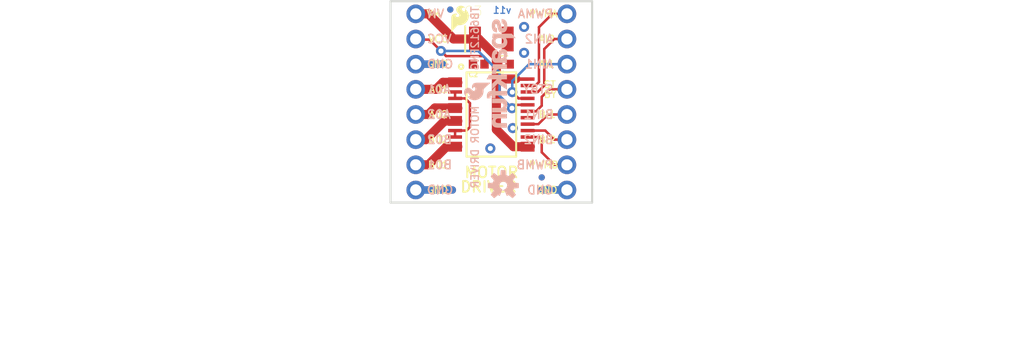
<source format=kicad_pcb>
(kicad_pcb (version 20211014) (generator pcbnew)
  (layers (0 "F.Cu" signal) (1 "In1.Cu" signal) (2 "In2.Cu" signal) (3 "In3.Cu" signal) (4 "In4.Cu" signal) (5 "In5.Cu" signal) (6 "In6.Cu" signal) (7 "In7.Cu" signal) (8 "In8.Cu" signal) (9 "In9.Cu" signal) (10 "In10.Cu" signal) (11 "In11.Cu" signal) (12 "In12.Cu" signal) (13 "In13.Cu" signal) (14 "In14.Cu" signal) (31 "B.Cu" signal) (34 "B.Paste" user) (35 "F.Paste" user) (36 "B.SilkS" user "B.Silkscreen") (37 "F.SilkS" user "F.Silkscreen") (38 "B.Mask" user) (39 "F.Mask" user) (44 "Edge.Cuts" user))
  (net 0 "")
  (net 1 "GND")
  (net 2 "A01")
  (net 3 "A02")
  (net 4 "B02")
  (net 5 "B01")
  (net 6 "VM")
  (net 7 "VCC")
  (net 8 "PWMA")
  (net 9 "AIN2")
  (net 10 "AIN1")
  (net 11 "STBY")
  (net 12 "BIN1")
  (net 13 "BIN2")
  (net 14 "PWMB")
  (footprint "boardEagle:SFE_LOGO_FLAME_.1" (layer "F.Cu") (at 144.1831 98.2218)
    (fp_text reference "LOGO1" hide)
    (fp_text value "SFE_LOGO_FLAME.1_INCH" hide)
    (fp_poly (pts (xy 1.412844 -2.906175) (xy 1.560112 -2.832541) (xy 1.605026 -2.798855) (xy 1.681982 -2.7219) (xy 1.571006 -2.7219) (xy 1.551005 -2.7319) (xy 1.504689 -2.7319) (xy 1.468361 -2.722818) (xy 1.422477 -2.713641) (xy 1.39011 -2.697457) (xy 1.358081 -2.673436) (xy 1.343019 -2.650843) (xy 1.335288 -2.635381) (xy 1.3281 -2.613817) (xy 1.3281 -2.564689) (xy 1.335361 -2.535643) (xy 1.369607 -2.484275) (xy 1.425028 -2.428854) (xy 1.462016 -2.401113) (xy 1.489157 -2.383019) (xy 1.523301 -2.365947) (xy 1.594689 -2.3481) (xy 1.613817 -2.3481) (xy 1.629419 -2.353301) (xy 1.648687 -2.372569) (xy 1.654712 -2.384619) (xy 1.6619 -2.406183) (xy 1.6619 -2.558742) (xy 1.804838 -2.469406) (xy 1.890505 -2.373031) (xy 1.964662 -2.256498) (xy 2.016968 -2.099579) (xy 2.048309 -1.932428) (xy 2.037811 -1.753974) (xy 1.985628 -1.555678) (xy 1.881878 -1.368928) (xy 1.808618 -1.274737) (xy 1.726044 -1.192162) (xy 1.642524 -1.119083) (xy 1.536984 -1.055759) (xy 1.432127 -1.013816) (xy 1.318165 -0.982735) (xy 1.193153 -0.9619) (xy 1.003156 -0.9619) (xy 0.953397 -0.953607) (xy 0.863627 -0.899745) (xy 0.767974 -0.804092) (xy 0.647975 -0.664094) (xy 0.528159 -0.544277) (xy 0.478163 -0.484281) (xy 0.430255 -0.436373) (xy 0.400257 -0.386376) (xy 0.2819 -0.268018) (xy 0.2819 -1.732372) (xy 0.292559 -1.817641) (xy 0.314746 -1.895296) (xy 0.380852 -2.005474) (xy 0.436664 -2.050123) (xy 0.481171 -2.083503) (xy 0.539098 -2.106674) (xy 0.59313 -2.117481) (xy 0.656847 -2.1281) (xy 0.788994 -2.1281) (xy 0.884319 -2.080438) (xy 0.832569 -2.028687) (xy 0.784617 -2.004711) (xy 0.760581 -1.996699) (xy 0.713301 -1.949419) (xy 0.7081 -1.933817) (xy 0.7081 -1.906183) (xy 0.714532 -1.886888) (xy 0.729607 -1.864275) (xy 0.781412 -1.81247) (xy 0.820903 -1.796674) (xy 0.863772 -1.7881) (xy 0.935311 -1.7881) (xy 1.004357 -1.805361) (xy 1.053944 -1.83842) (xy 1.086004 -1.878495) (xy 1.1019 -1.926183) (xy 1.1019 -1.983091) (xy 1.077224 -2.048894) (xy 1.012268 -2.113851) (xy 0.931425 -2.204799) (xy 0.858661 -2.287958) (xy 0.804008 -2.386334) (xy 0.7819 -2.485818) (xy 0.7819 -2.576183) (xy 0.815289 -2.676349) (xy 0.871274 -2.765925) (xy 0.969046 -2.84197) (xy 1.087145 -2.906387) (xy 1.206565 -2.9281) (xy 1.314182 -2.9281)) (layer "F.SilkS") (width 0) (fill solid))
  )
  (footprint "boardEagle:1X08_OFFSET_REDUCED" (layer "F.Cu") (at 156.1211 96.1136 -90)
    (fp_text reference "JP2" hide)
    (fp_text value "" hide)
    (pad "" np_thru_hole circle (at 7.62 0 270) (size 1.1176 1.1176) (drill 1.1176) (layers *.Cu *.Mask))
    (pad "" np_thru_hole circle (at 17.78 0 270) (size 1.1176 1.1176) (drill 1.1176) (layers *.Cu *.Mask))
    (pad "" np_thru_hole circle (at 0 0 270) (size 1.1176 1.1176) (drill 1.1176) (layers *.Cu *.Mask))
    (pad "" np_thru_hole circle (at 5.08 0 270) (size 1.1176 1.1176) (drill 1.1176) (layers *.Cu *.Mask))
    (pad "" np_thru_hole circle (at 10.16 0 270) (size 1.1176 1.1176) (drill 1.1176) (layers *.Cu *.Mask))
    (pad "" np_thru_hole circle (at 12.7 0 270) (size 1.1176 1.1176) (drill 1.1176) (layers *.Cu *.Mask))
    (pad "" np_thru_hole circle (at 15.24 0 270) (size 1.1176 1.1176) (drill 1.1176) (layers *.Cu *.Mask))
    (pad "" np_thru_hole circle (at 2.54 0 270) (size 1.1176 1.1176) (drill 1.1176) (layers *.Cu *.Mask))
    (pad "1" thru_hole circle (at 0 0 270) (size 1.8796 1.8796) (drill 1.1176) (layers *.Cu *.Mask) (net 8 "PWMA"))
    (pad "2" thru_hole circle (at 2.54 0 270) (size 1.8796 1.8796) (drill 1.1176) (layers *.Cu *.Mask) (net 9 "AIN2"))
    (pad "3" thru_hole circle (at 5.08 0 270) (size 1.8796 1.8796) (drill 1.1176) (layers *.Cu *.Mask) (net 10 "AIN1"))
    (pad "4" thru_hole circle (at 7.62 0 270) (size 1.8796 1.8796) (drill 1.1176) (layers *.Cu *.Mask) (net 11 "STBY"))
    (pad "5" thru_hole circle (at 10.16 0 270) (size 1.8796 1.8796) (drill 1.1176) (layers *.Cu *.Mask) (net 12 "BIN1"))
    (pad "6" thru_hole circle (at 12.7 0 270) (size 1.8796 1.8796) (drill 1.1176) (layers *.Cu *.Mask) (net 13 "BIN2"))
    (pad "7" thru_hole circle (at 15.24 0 270) (size 1.8796 1.8796) (drill 1.1176) (layers *.Cu *.Mask) (net 14 "PWMB"))
    (pad "8" thru_hole circle (at 17.78 0 270) (size 1.8796 1.8796) (drill 1.1176) (layers *.Cu *.Mask) (net 1 "GND"))
  )
  (footprint "boardEagle:0402" (layer "F.Cu") (at 149.7711 101.1936)
    (fp_text reference "C1" (at 0 -0.762) (layer "F.SilkS") (effects (font (size 0.48768 0.48768) (thickness 0.12192)) (justify bottom)))
    (fp_text value "0.1uF")
    (pad "1" smd rect (at -0.58 0) (size 0.85 0.9) (layers "F.Cu" "F.Paste" "F.Mask") (net 6 "VM"))
    (pad "2" smd rect (at 0.58 0) (size 0.85 0.9) (layers "F.Cu" "F.Paste" "F.Mask") (net 1 "GND"))
  )
  (footprint "boardEagle:1X08_OFFSET_REDUCED" (layer "F.Cu") (at 140.8811 113.8936 90)
    (fp_text reference "JP1" hide)
    (fp_text value "" hide)
    (pad "" np_thru_hole circle (at 2.54 0 90) (size 1.1176 1.1176) (drill 1.1176) (layers *.Cu *.Mask))
    (pad "" np_thru_hole circle (at 15.24 0 90) (size 1.1176 1.1176) (drill 1.1176) (layers *.Cu *.Mask))
    (pad "" np_thru_hole circle (at 12.7 0 90) (size 1.1176 1.1176) (drill 1.1176) (layers *.Cu *.Mask))
    (pad "" np_thru_hole circle (at 10.16 0 90) (size 1.1176 1.1176) (drill 1.1176) (layers *.Cu *.Mask))
    (pad "" np_thru_hole circle (at 0 0 90) (size 1.1176 1.1176) (drill 1.1176) (layers *.Cu *.Mask))
    (pad "" np_thru_hole circle (at 17.78 0 90) (size 1.1176 1.1176) (drill 1.1176) (layers *.Cu *.Mask))
    (pad "" np_thru_hole circle (at 7.62 0 90) (size 1.1176 1.1176) (drill 1.1176) (layers *.Cu *.Mask))
    (pad "" np_thru_hole circle (at 5.08 0 90) (size 1.1176 1.1176) (drill 1.1176) (layers *.Cu *.Mask))
    (pad "1" thru_hole circle (at 0 0 90) (size 1.8796 1.8796) (drill 1.1176) (layers *.Cu *.Mask) (net 1 "GND"))
    (pad "2" thru_hole circle (at 2.54 0 90) (size 1.8796 1.8796) (drill 1.1176) (layers *.Cu *.Mask) (net 5 "B01"))
    (pad "3" thru_hole circle (at 5.08 0 90) (size 1.8796 1.8796) (drill 1.1176) (layers *.Cu *.Mask) (net 4 "B02"))
    (pad "4" thru_hole circle (at 7.62 0 90) (size 1.8796 1.8796) (drill 1.1176) (layers *.Cu *.Mask) (net 3 "A02"))
    (pad "5" thru_hole circle (at 10.16 0 90) (size 1.8796 1.8796) (drill 1.1176) (layers *.Cu *.Mask) (net 2 "A01"))
    (pad "6" thru_hole circle (at 12.7 0 90) (size 1.8796 1.8796) (drill 1.1176) (layers *.Cu *.Mask) (net 1 "GND"))
    (pad "7" thru_hole circle (at 15.24 0 90) (size 1.8796 1.8796) (drill 1.1176) (layers *.Cu *.Mask) (net 7 "VCC"))
    (pad "8" thru_hole circle (at 17.78 0 90) (size 1.8796 1.8796) (drill 1.1176) (layers *.Cu *.Mask) (net 6 "VM"))
  )
  (footprint "boardEagle:FIDUCIAL-MICRO" (layer "F.Cu") (at 153.5811 112.6236)
    (fp_text reference "FD2" hide)
    (fp_text value "FIDUCIALUFIDUCIAL" hide)
    (pad "1" smd roundrect (at 0 0) (size 0.635 0.635) (layers "F.Cu" "F.Mask") (roundrect_rratio 0.5))
  )
  (footprint "boardEagle:CREATIVE_COMMONS" (layer "F.Cu") (at 119.2911 127.8636)
    (fp_text reference "FRAME1" hide)
    (fp_text value "FRAME-LETTER" hide)
  )
  (footprint "boardEagle:EIA3528" (layer "F.Cu") (at 148.5011 98.6536 180)
    (fp_text reference "C3" (at 0.8535 2.81) (layer "F.SilkS") (effects (font (size 0.976986 0.976986) (thickness 0.039014)) (justify right)))
    (fp_text value "10uF")
    (fp_line (start 2.641 -1.311) (end 2.641 1.286) (layer "F.SilkS") (width 0.2032))
    (pad "A" smd rect (at 1.65 0 270) (size 2.5 1.2) (layers "F.Cu" "F.Paste" "F.Mask") (net 6 "VM"))
    (pad "C" smd rect (at -1.65 0 270) (size 2.5 1.2) (layers "F.Cu" "F.Paste" "F.Mask") (net 1 "GND"))
  )
  (footprint "boardEagle:0402" (layer "F.Cu") (at 147.2311 101.1936 180)
    (fp_text reference "C2" (at 0 -0.762 180) (layer "F.SilkS") (effects (font (size 0.48768 0.48768) (thickness 0.12192)) (justify right top)))
    (fp_text value "0.1uF")
    (pad "1" smd rect (at -0.58 0 180) (size 0.85 0.9) (layers "F.Cu" "F.Paste" "F.Mask") (net 7 "VCC"))
    (pad "2" smd rect (at 0.58 0 180) (size 0.85 0.9) (layers "F.Cu" "F.Paste" "F.Mask") (net 1 "GND"))
  )
  (footprint "boardEagle:FIDUCIAL-MICRO" (layer "F.Cu") (at 144.3609 95.6818)
    (fp_text reference "FD4" hide)
    (fp_text value "FIDUCIALUFIDUCIAL" hide)
    (pad "1" smd roundrect (at 0 0) (size 0.635 0.635) (layers "F.Cu" "F.Mask") (roundrect_rratio 0.5))
  )
  (footprint "boardEagle:SSOP24" (layer "F.Cu") (at 148.5011 106.2736 -90)
    (fp_text reference "U1" (at -3.81 -1.27 -90) (layer "F.SilkS") (effects (font (size 0.373888 0.373888) (thickness 0.032512)) (justify left bottom)))
    (fp_text value "TB6612FNG")
    (fp_line (start -4.25 -2.5) (end 4.25 -2.5) (layer "F.SilkS") (width 0.2032))
    (fp_line (start 4.25 2.5) (end -4.25 2.5) (layer "F.SilkS") (width 0.2032))
    (fp_line (start 4.25 -2.5) (end 4.25 2.5) (layer "F.SilkS") (width 0.2032))
    (fp_line (start -4.25 2.5) (end -4.25 -2.5) (layer "F.SilkS") (width 0.2032))
    (fp_circle (center -4.826 3.048) (end -4.6029 3.048) (layer "F.SilkS") (width 0.2032) (fill none))
    (pad "1" smd rect (at -3.575 3.656 270) (size 0.348 1.397) (layers "F.Cu" "F.Paste" "F.Mask") (net 2 "A01"))
    (pad "2" smd rect (at -2.925 3.656 270) (size 0.348 1.397) (layers "F.Cu" "F.Paste" "F.Mask") (net 2 "A01"))
    (pad "3" smd rect (at -2.275 3.656 270) (size 0.348 1.397) (layers "F.Cu" "F.Paste" "F.Mask") (net 1 "GND"))
    (pad "4" smd rect (at -1.625 3.656 270) (size 0.348 1.397) (layers "F.Cu" "F.Paste" "F.Mask") (net 1 "GND"))
    (pad "5" smd rect (at -0.975 3.656 270) (size 0.348 1.397) (layers "F.Cu" "F.Paste" "F.Mask") (net 3 "A02"))
    (pad "6" smd rect (at -0.325 3.656 270) (size 0.348 1.397) (layers "F.Cu" "F.Paste" "F.Mask") (net 3 "A02"))
    (pad "7" smd rect (at 0.325 3.656 270) (size 0.348 1.397) (layers "F.Cu" "F.Paste" "F.Mask") (net 4 "B02"))
    (pad "8" smd rect (at 0.975 3.656 270) (size 0.348 1.397) (layers "F.Cu" "F.Paste" "F.Mask") (net 4 "B02"))
    (pad "9" smd rect (at 1.625 3.656 270) (size 0.348 1.397) (layers "F.Cu" "F.Paste" "F.Mask") (net 1 "GND"))
    (pad "10" smd rect (at 2.275 3.656 270) (size 0.348 1.397) (layers "F.Cu" "F.Paste" "F.Mask") (net 1 "GND"))
    (pad "11" smd rect (at 2.925 3.656 270) (size 0.348 1.397) (layers "F.Cu" "F.Paste" "F.Mask") (net 5 "B01"))
    (pad "12" smd rect (at 3.575 3.656 270) (size 0.348 1.397) (layers "F.Cu" "F.Paste" "F.Mask") (net 5 "B01"))
    (pad "13" smd rect (at 3.575 -3.656 90) (size 0.348 1.397) (layers "F.Cu" "F.Paste" "F.Mask") (net 6 "VM"))
    (pad "14" smd rect (at 2.925 -3.656 90) (size 0.348 1.397) (layers "F.Cu" "F.Paste" "F.Mask") (net 6 "VM"))
    (pad "15" smd rect (at 2.275 -3.656 270) (size 0.348 1.397) (layers "F.Cu" "F.Paste" "F.Mask") (net 14 "PWMB"))
    (pad "16" smd rect (at 1.625 -3.656 270) (size 0.348 1.397) (layers "F.Cu" "F.Paste" "F.Mask") (net 13 "BIN2"))
    (pad "17" smd rect (at 0.975 -3.656 270) (size 0.348 1.397) (layers "F.Cu" "F.Paste" "F.Mask") (net 12 "BIN1"))
    (pad "18" smd rect (at 0.325 -3.656 270) (size 0.348 1.397) (layers "F.Cu" "F.Paste" "F.Mask") (net 1 "GND"))
    (pad "19" smd rect (at -0.325 -3.656 270) (size 0.348 1.397) (layers "F.Cu" "F.Paste" "F.Mask") (net 11 "STBY"))
    (pad "20" smd rect (at -0.975 -3.656 270) (size 0.348 1.397) (layers "F.Cu" "F.Paste" "F.Mask") (net 7 "VCC"))
    (pad "21" smd rect (at -1.625 -3.656 270) (size 0.348 1.397) (layers "F.Cu" "F.Paste" "F.Mask") (net 10 "AIN1"))
    (pad "22" smd rect (at -2.275 -3.656 270) (size 0.348 1.397) (layers "F.Cu" "F.Paste" "F.Mask") (net 9 "AIN2"))
    (pad "23" smd rect (at -2.925 -3.656 270) (size 0.348 1.397) (layers "F.Cu" "F.Paste" "F.Mask") (net 8 "PWMA"))
    (pad "24" smd rect (at -3.575 -3.656 270) (size 0.348 1.397) (layers "F.Cu" "F.Paste" "F.Mask") (net 6 "VM"))
  )
  (footprint "boardEagle:FIDUCIAL-MICRO" (layer "B.Cu") (at 144.3609 95.6818 180)
    (fp_text reference "FD1" hide)
    (fp_text value "FIDUCIALUFIDUCIAL" hide)
    (pad "1" smd roundrect (at 0 0 180) (size 0.635 0.635) (layers "B.Cu" "B.Mask") (roundrect_rratio 0.5))
  )
  (footprint "boardEagle:FIDUCIAL-MICRO" (layer "B.Cu") (at 153.5811 112.6236 180)
    (fp_text reference "FD3" hide)
    (fp_text value "FIDUCIALUFIDUCIAL" hide)
    (pad "1" smd roundrect (at 0 0 180) (size 0.635 0.635) (layers "B.Cu" "B.Mask") (roundrect_rratio 0.5))
  )
  (footprint "boardEagle:OSHW-LOGO-S" (layer "B.Cu") (at 149.7076 113.4491 180)
    (fp_text reference "LOGO2" hide)
    (fp_text value "OSHW-LOGOS" hide)
    (fp_poly (pts (xy 0.301647 1.061351) (xy 0.42347 1.022344) (xy 0.537177 0.963769) (xy 0.92862 1.282946) (xy 1.282946 0.92862) (xy 0.961035 0.533823) (xy 1.057046 0.302084) (xy 1.5638 0.250561) (xy 1.5638 -0.250561) (xy 1.057046 -0.302084) (xy 0.961035 -0.533823) (xy 1.282946 -0.92862) (xy 0.92862 -1.282946) (xy 0.537177 -0.96377) (xy 0.356601 -1.056794) (xy 0.088679 -0.410073) (xy 0.326262 -0.2176) (xy 0.373649 -0.121468) (xy 0.392729 -0.010339) (xy 0.379464 0.101634) (xy 0.334947 0.205229) (xy 0.262842 0.291918) (xy 0.169087 0.354561) (xy 0.061406 0.387999) (xy -0.051342 0.38948) (xy -0.159868 0.358881) (xy -0.255234 0.298724) (xy -0.329589 0.213962) (xy -0.376813 0.111569) (xy -0.392176 0.005767) (xy -0.322923 -0.222565) (xy -0.249312 -0.303773) (xy 0.091677 -0.5081) (xy -0.12929 -0.5081) (xy -0.355332 -1.053732) (xy -0.506597 -0.983577) (xy -0.538922 -0.965192) (xy -0.92862 -1.282946) (xy -1.282946 -0.92862) (xy -0.961035 -0.533823) (xy -1.057046 -0.302084) (xy -1.5638 -0.250561) (xy -1.5638 0.250561) (xy -1.057046 0.302084) (xy -0.961035 0.533823) (xy -1.282946 0.92862) (xy -0.92862 1.282946) (xy -0.533823 0.961035) (xy -0.302084 1.057046) (xy -0.250561 1.5638) (xy 0.250561 1.5638)) (layer "B.SilkS") (width 0) (fill solid))
  )
  (footprint "boardEagle:SFE_LOGO_NAME_FLAME_.1" (layer "B.Cu") (at 150.9776 96.2406 -90)
    (fp_text reference "LOGO4" hide)
    (fp_text value "SFE_LOGO_NAME_FLAME.1_INCH" hide)
    (fp_poly (pts (xy 4.323772 2.4181) (xy 4.383773 2.4181) (xy 4.440902 2.406674) (xy 4.490903 2.386674) (xy 4.540902 2.376674) (xy 4.598829 2.353503) (xy 4.64286 2.32048) (xy 4.68286 2.29048) (xy 4.727214 2.257214) (xy 4.762541 2.210112) (xy 4.784786 2.165621) (xy 4.806674 2.110902) (xy 4.8181 2.053773) (xy 4.8181 1.188995) (xy 4.8281 1.168994) (xy 4.8281 1.078995) (xy 4.8381 1.058994) (xy 4.8381 1.038995) (xy 4.8481 1.018994) (xy 4.8481 0.988995) (xy 4.851313 0.982569) (xy 4.8681 0.965782) (xy 4.8681 0.9019) (xy 4.4019 0.9019) (xy 4.4019 0.934218) (xy 4.3919 0.944218) (xy 4.3919 0.954218) (xy 4.3819 0.964218) (xy 4.3819 0.994218) (xy 4.38 0.996118) (xy 4.364273 0.980392) (xy 4.326889 0.955469) (xy 4.296888 0.945468) (xy 4.266889 0.925469) (xy 4.232048 0.913855) (xy 4.136183 0.8819) (xy 4.106183 0.8819) (xy 4.076183 0.8719) (xy 4.036183 0.8719) (xy 4.006183 0.8619) (xy 3.886227 0.8619) (xy 3.836228 0.8719) (xy 3.78531 0.8719) (xy 3.738251 0.883665) (xy 3.684379 0.905214) (xy 3.64084 0.926983) (xy 3.610843 0.946981) (xy 3.567431 0.968687) (xy 3.530392 1.005727) (xy 3.508887 1.037984) (xy 3.478885 1.077986) (xy 3.454118 1.115137) (xy 3.443641 1.167523) (xy 3.4219 1.211006) (xy 3.4219 1.266228) (xy 3.411214 1.31966) (xy 3.432999 1.43948) (xy 3.465048 1.535627) (xy 3.510194 1.614633) (xy 3.587954 1.681284) (xy 3.663755 1.724599) (xy 3.748654 1.756436) (xy 3.833246 1.777584) (xy 3.955105 1.791124) (xy 4.059753 1.516423) (xy 3.994619 1.494712) (xy 3.982569 1.488687) (xy 3.972569 1.478687) (xy 3.932569 1.458687) (xy 3.922569 1.448687) (xy 3.908398 1.441602) (xy 3.8881 1.401005) (xy 3.8881 1.381006) (xy 3.8781 1.361005) (xy 3.8781 1.326183) (xy 3.8881 1.296183) (xy 3.8881 1.278995) (xy 3.891313 1.272569) (xy 3.901313 1.262569) (xy 3.908398 1.248398) (xy 3.922569 1.241313) (xy 3.932569 1.231313) (xy 3.958995 1.2181) (xy 3.978994 1.2181) (xy 3.998995 1.2081) (xy 4.018994 1.2081) (xy 4.038995 1.1981) (xy 4.076228 1.1981) (xy 4.126227 1.2081) (xy 4.171005 1.2081) (xy 4.206702 1.225948) (xy 4.244357 1.235361) (xy 4.265725 1.249607) (xy 4.280393 1.264275) (xy 4.300392 1.294273) (xy 4.316699 1.310581) (xy 4.323855 1.332048) (xy 4.334711 1.364617) (xy 4.344712 1.384619) (xy 4.3519 1.406183) (xy 4.3519 1.568353) (xy 4.347039 1.565922) (xy 4.318994 1.5519) (xy 4.298995 1.5519) (xy 4.278994 1.5419) (xy 4.200252 1.5419) (xy 4.1341 1.80651) (xy 4.238735 1.836406) (xy 4.293987 1.854823) (xy 4.333997 1.878829) (xy 4.3519 1.9027) (xy 4.3519 1.991005) (xy 4.328687 2.037431) (xy 4.318687 2.047431) (xy 4.311602 2.061602) (xy 4.271005 2.0819) (xy 4.251006 2.0819) (xy 4.231005 2.0919) (xy 4.068995 2.0919) (xy 3.982569 2.048687) (xy 3.951313 2.017431) (xy 3.945288 2.005381) (xy 3.935289 1.975383) (xy 3.9281 1.961005) (xy 3.9281 1.8819) (xy 3.455024 1.8819) (xy 3.472418 1.986264) (xy 3.48291 2.049212) (xy 3.50581 2.117914) (xy 3.538344 2.161292) (xy 3.568341 2.211288) (xy 3.602786 2.257214) (xy 3.648712 2.291659) (xy 3.700398 2.32267) (xy 3.753016 2.354241) (xy 3.809098 2.376674) (xy 3.860201 2.386895) (xy 3.920788 2.40709) (xy 3.983148 2.417484) (xy 4.036227 2.4281) (xy 4.273773 2.4281)) (layer "B.SilkS") (width 0) (fill solid))
    (fp_poly (pts (xy 8.8881 1.562374) (xy 8.907709 1.405502) (xy 8.916055 1.355427) (xy 8.966003 1.288829) (xy 9.003942 1.266066) (xy 9.046852 1.257484) (xy 9.100786 1.248495) (xy 9.174498 1.257709) (xy 9.226603 1.266393) (xy 9.266373 1.290255) (xy 9.298687 1.322569) (xy 9.325428 1.376051) (xy 9.352861 1.440061) (xy 9.3619 1.512374) (xy 9.3619 2.3981) (xy 9.8281 2.3981) (xy 9.8281 0.9019) (xy 9.3819 0.9019) (xy 9.3819 1.033885) (xy 9.357107 1.002893) (xy 9.300649 0.957727) (xy 9.235621 0.925214) (xy 9.18311 0.904209) (xy 9.118789 0.882769) (xy 9.04585 0.872349) (xy 8.9818 0.861674) (xy 8.831979 0.872376) (xy 8.714139 0.915227) (xy 8.61813 0.968565) (xy 8.540015 1.035521) (xy 8.484692 1.135102) (xy 8.452895 1.241091) (xy 8.4319 1.356565) (xy 8.4319 2.3981) (xy 8.8881 2.3981)) (layer "B.SilkS") (width 0) (fill solid))
    (fp_poly (pts (xy 3.380845 1.667065) (xy 3.367792 1.484325) (xy 3.336403 1.348307) (xy 3.26984 1.188556) (xy 2.861991 1.380485) (xy 2.90275 1.489176) (xy 2.9119 1.562374) (xy 2.9119 1.679089)) (layer "B.SilkS") (width 0) (fill solid))
    (fp_poly (pts (xy 10.956431 2.417738) (xy 11.074473 2.385544) (xy 11.173168 2.330714) (xy 11.250009 2.253873) (xy 11.305022 2.165852) (xy 11.337105 2.058909) (xy 11.357837 1.944882) (xy 11.3681 1.811463) (xy 11.3681 0.9019) (xy 10.9019 0.9019) (xy 10.9019 1.737626) (xy 10.892233 1.814962) (xy 10.882349 1.88415) (xy 10.873607 1.936603) (xy 10.848344 1.978708) (xy 10.823997 2.011171) (xy 10.786058 2.033934) (xy 10.743148 2.042516) (xy 10.689214 2.051505) (xy 10.615502 2.042291) (xy 10.563397 2.033607) (xy 10.525475 2.010854) (xy 10.491349 1.968197) (xy 10.464001 1.922616) (xy 10.437244 1.860183) (xy 10.4281 1.77789) (xy 10.4281 0.9019) (xy 9.9619 0.9019) (xy 9.9619 2.3981) (xy 10.4081 2.3981) (xy 10.4081 2.261981) (xy 10.434551 2.288433) (xy 10.48749 2.330784) (xy 10.553111 2.374531) (xy 10.617952 2.396145) (xy 10.680788 2.41709) (xy 10.746847 2.4281) (xy 10.811359 2.4281)) (layer "B.SilkS") (width 0) (fill solid))
    (fp_poly (pts (xy 4.274375 1.55959) (xy 4.218994 1.5319) (xy 4.196183 1.5319) (xy 4.166183 1.5219) (xy 4.126183 1.5219) (xy 4.096183 1.5119) (xy 4.058995 1.5119) (xy 4.038994 1.5019) (xy 3.983743 1.5019) (xy 3.876874 1.782432) (xy 4.015793 1.797867) (xy 4.105203 1.807801) (xy 4.208628 1.822577)) (layer "B.SilkS") (width 0) (fill solid))
    (fp_poly (pts (xy 8.4081 2.903547) (xy 8.4081 2.5619) (xy 8.204689 2.5619) (xy 8.173301 2.554053) (xy 8.146088 2.540446) (xy 8.133019 2.520843) (xy 8.1281 2.511005) (xy 8.1281 2.47531) (xy 8.1181 2.435311) (xy 8.1181 2.3981) (xy 8.3881 2.3981) (xy 8.3881 2.0619) (xy 8.1181 2.0619) (xy 8.1181 0.9019) (xy 7.6619 0.9019) (xy 7.6619 2.0619) (xy 7.1957 2.0619) (xy 7.324972 2.158854) (xy 7.453059 2.286941) (xy 7.484974 2.318855) (xy 7.522786 2.347214) (xy 7.56095 2.3981) (xy 7.6619 2.3981) (xy 7.6619 2.566909) (xy 7.694634 2.654201) (xy 7.727171 2.730119) (xy 7.783868 2.798155) (xy 7.860287 2.852741) (xy 7.945902 2.895548) (xy 8.054408 2.9281) (xy 8.358994 2.9281)) (layer "B.SilkS") (width 0) (fill solid))
    (fp_poly (pts (xy 2.857823 2.417663) (xy 3.006845 2.364441) (xy 3.124841 2.289352) (xy 3.220441 2.18313) (xy 3.294903 2.066118) (xy 3.336905 1.929612) (xy 3.367832 1.785286) (xy 3.380795 1.590841) (xy 2.9119 1.602864) (xy 2.9119 1.727626) (xy 2.90275 1.800824) (xy 2.874631 1.875809) (xy 2.847172 1.93988) (xy 2.804269 1.991364) (xy 2.751775 2.02636) (xy 2.690183 2.052756) (xy 2.610264 2.061636) (xy 2.539176 2.05275) (xy 2.469061 2.026457) (xy 2.426805 1.992652) (xy 2.382828 1.93988) (xy 2.355369 1.875809) (xy 2.32725 1.800824) (xy 2.3181 1.727626) (xy 2.3181 1.564689) (xy 2.356222 1.412201) (xy 2.382128 1.351754) (xy 2.425723 1.308159) (xy 2.478207 1.264423) (xy 2.537389 1.247513) (xy 2.619736 1.238364) (xy 2.692996 1.247521) (xy 2.762304 1.264848) (xy 2.812652 1.306805) (xy 2.847019 1.349764) (xy 2.890523 1.451274) (xy 3.302811 1.257255) (xy 3.22082 1.106939) (xy 3.124827 1.010945) (xy 3.007641 0.92572) (xy 2.878619 0.882712) (xy 2.719372 0.861479) (xy 2.653736 0.872418) (xy 2.593736 0.882418) (xy 2.528085 0.89336) (xy 2.461652 0.926577) (xy 2.410398 0.95733) (xy 2.354526 0.990852) (xy 2.3281 1.023885) (xy 2.3281 0.008018) (xy 2.174549 0.161569) (xy 2.076199 0.240249) (xy 2.024551 0.281567) (xy 1.934549 0.371569) (xy 1.8719 0.421688) (xy 1.8719 2.319748) (xy 1.941639 2.337182) (xy 1.996227 2.3481) (xy 2.045311 2.3481) (xy 2.081639 2.357182) (xy 2.131643 2.367183) (xy 2.171639 2.377182) (xy 2.222528 2.38736) (xy 2.3181 2.406475) (xy 2.3181 2.281982) (xy 2.334551 2.298433) (xy 2.3882 2.341352) (xy 2.440398 2.37267) (xy 2.496601 2.406392) (xy 2.563736 2.417582) (xy 2.626847 2.4281) (xy 2.701269 2.4281)) (layer "B.SilkS") (width 0) (fill solid))
    (fp_poly (pts (xy 6.4881 1.944647) (xy 6.92377 2.3981) (xy 7.493235 2.3981) (xy 6.919019 1.834719) (xy 7.530534 0.9019) (xy 6.968776 0.9019) (xy 6.592048 1.510462) (xy 6.4881 1.413444) (xy 6.4881 0.9019) (xy 6.0219 0.9019) (xy 6.0219 2.702757) (xy 6.4881 2.953788)) (layer "B.SilkS") (width 0) (fill solid))
    (fp_poly (pts (xy 1.318909 2.407105) (xy 1.423264 2.375798) (xy 1.519412 2.333066) (xy 1.607214 2.267214) (xy 1.672541 2.180112) (xy 1.72664 2.071915) (xy 1.754976 1.9019) (xy 1.308765 1.9019) (xy 1.293326 1.979097) (xy 1.276098 2.022167) (xy 1.262526 2.042526) (xy 1.240843 2.056981) (xy 1.204375 2.075215) (xy 1.162662 2.0919) (xy 1.006183 2.0919) (xy 0.98066 2.083392) (xy 0.940665 2.073394) (xy 0.92445 2.067989) (xy 0.8981 2.028465) (xy 0.8981 2.004689) (xy 0.905096 1.976706) (xy 0.927214 1.947214) (xy 0.96011 1.922542) (xy 1.014619 1.895288) (xy 1.068469 1.877338) (xy 1.147009 1.86752) (xy 1.388733 1.807089) (xy 1.483895 1.785942) (xy 1.558903 1.74308) (xy 1.631815 1.701416) (xy 1.698636 1.645732) (xy 1.743641 1.578224) (xy 1.777243 1.499819) (xy 1.788424 1.399193) (xy 1.767087 1.260502) (xy 1.723873 1.141664) (xy 1.658089 1.053951) (xy 1.571411 0.978108) (xy 1.463664 0.924235) (xy 1.348165 0.892735) (xy 1.224722 0.872161) (xy 1.1 0.861768) (xy 0.975278 0.872161) (xy 0.851835 0.892735) (xy 0.736336 0.924235) (xy 0.628589 0.978108) (xy 0.542165 1.053729) (xy 0.466623 1.150855) (xy 0.423006 1.259898) (xy 0.39559 1.4381) (xy 0.8481 1.4381) (xy 0.8481 1.347338) (xy 0.863504 1.308829) (xy 0.887214 1.277214) (xy 0.955427 1.226055) (xy 1.00687 1.217481) (xy 1.056852 1.207484) (xy 1.108449 1.198885) (xy 1.14531 1.2081) (xy 1.185311 1.2081) (xy 1.216699 1.215947) (xy 1.24989 1.232542) (xy 1.284972 1.258854) (xy 1.305598 1.27948) (xy 1.320728 1.34) (xy 1.314053 1.366699) (xy 1.299944 1.394917) (xy 1.268708 1.418344) (xy 1.223987 1.445177) (xy 1.169335 1.463394) (xy 1.011643 1.502817) (xy 0.912131 1.522719) (xy 0.819125 1.543387) (xy 0.735799 1.574634) (xy 0.662989 1.605839) (xy 0.589958 1.647571) (xy 0.522526 1.692526) (xy 0.476359 1.761776) (xy 0.442757 1.840181) (xy 0.431724 1.939473) (xy 0.442506 2.068851) (xy 0.487042 2.180192) (xy 0.563128 2.267148) (xy 0.638766 2.33198) (xy 0.747525 2.386359) (xy 0.852856 2.407426) (xy 0.966565 2.4281) (xy 1.203435 2.4281)) (layer "B.SilkS") (width 0) (fill solid))
    (fp_poly (pts (xy 5.915782 2.4181) (xy 5.9481 2.4181) (xy 5.9481 1.9819) (xy 5.891006 1.9819) (xy 5.871005 1.9919) (xy 5.771901 1.9919) (xy 5.676548 1.982365) (xy 5.604341 1.964313) (xy 5.544869 1.930329) (xy 5.501417 1.878186) (xy 5.465367 1.8151) (xy 5.446948 1.75063) (xy 5.4281 1.665817) (xy 5.4281 0.9019) (xy 4.9619 0.9019) (xy 4.9619 2.321235) (xy 5.041643 2.337183) (xy 5.08531 2.3481) (xy 5.136228 2.3481) (xy 5.181643 2.357183) (xy 5.221639 2.367182) (xy 5.272528 2.37736) (xy 5.321643 2.387183) (xy 5.4081 2.408798) (xy 5.4081 2.218614) (xy 5.420487 2.234098) (xy 5.473194 2.297347) (xy 5.528518 2.341606) (xy 5.604373 2.384952) (xy 5.668737 2.406407) (xy 5.744664 2.4281) (xy 5.905782 2.4281)) (layer "B.SilkS") (width 0) (fill solid))
    (fp_poly (pts (xy 7.962717 5.195922) (xy 8.04525 5.164972) (xy 8.110112 5.132541) (xy 8.155026 5.098855) (xy 8.231982 5.0219) (xy 8.103817 5.0219) (xy 8.073817 5.0319) (xy 8.054689 5.0319) (xy 8.018361 5.022818) (xy 7.972477 5.013641) (xy 7.94011 4.997458) (xy 7.908081 4.973435) (xy 7.894532 4.953112) (xy 7.885289 4.925383) (xy 7.875288 4.905381) (xy 7.870161 4.89) (xy 7.876608 4.87066) (xy 7.885362 4.835643) (xy 7.903017 4.80916) (xy 7.921313 4.772569) (xy 7.944275 4.749607) (xy 7.972014 4.731115) (xy 8.012016 4.701113) (xy 8.039157 4.683019) (xy 8.108995 4.6481) (xy 8.163817 4.6481) (xy 8.183112 4.654532) (xy 8.197989 4.66445) (xy 8.2119 4.706183) (xy 8.2119 4.841647) (xy 8.353602 4.770796) (xy 8.440998 4.672476) (xy 8.514691 4.546144) (xy 8.566893 4.39998) (xy 8.598297 4.23249) (xy 8.587813 4.043773) (xy 8.5355 3.855448) (xy 8.431878 3.668928) (xy 8.358618 3.574737) (xy 8.276044 3.492162) (xy 8.192524 3.419083) (xy 8.086984 3.355759) (xy 7.982127 3.313816) (xy 7.868165 3.282735) (xy 7.743153 3.2619) (xy 7.553156 3.2619) (xy 7.503397 3.253607) (xy 7.461803 3.228651) (xy 7.366805 3.152652) (xy 7.318163 3.094281) (xy 7.189168 2.965286) (xy 7.13917 2.895289) (xy 7.078159 2.834277) (xy 7.028163 2.774281) (xy 6.978854 2.724972) (xy 6.948855 2.684974) (xy 6.919607 2.655725) (xy 6.890391 2.6119) (xy 6.8219 2.6119) (xy 6.8219 3.93211) (xy 6.832133 4.024207) (xy 6.842579 4.118219) (xy 6.864711 4.184617) (xy 6.896577 4.248348) (xy 6.93223 4.30777) (xy 6.988708 4.341656) (xy 7.031171 4.373503) (xy 7.08585 4.395375) (xy 7.139674 4.416905) (xy 7.206847 4.4281) (xy 7.29469 4.4281) (xy 7.334689 4.4181) (xy 7.358994 4.4181) (xy 7.434319 4.380438) (xy 7.382569 4.328687) (xy 7.334617 4.304711) (xy 7.310581 4.296699) (xy 7.279607 4.265725) (xy 7.264532 4.243112) (xy 7.2581 4.223817) (xy 7.2581 4.206183) (xy 7.265288 4.184619) (xy 7.281313 4.152569) (xy 7.304275 4.129607) (xy 7.327833 4.113902) (xy 7.370903 4.096674) (xy 7.413772 4.0881) (xy 7.485311 4.0881) (xy 7.554357 4.105361) (xy 7.603944 4.13842) (xy 7.636004 4.178495) (xy 7.6519 4.226183) (xy 7.6519 4.282181) (xy 7.627357 4.339448) (xy 7.561404 4.414823) (xy 7.481425 4.504799) (xy 7.408661 4.587958) (xy 7.354008 4.686334) (xy 7.3319 4.785818) (xy 7.3319 4.876183) (xy 7.365667 4.977483) (xy 7.421486 5.055631) (xy 7.517938 5.141365) (xy 7.637145 5.206387) (xy 7.756565 5.2281) (xy 7.866183 5.2281)) (layer "B.SilkS") (width 0) (fill solid))
  )
  (gr_line (start 158.6611 115.1636) (end 158.6611 94.8436) (layer "Edge.Cuts") (width 0.2032))
  (gr_line (start 138.3411 115.1636) (end 158.6611 115.1636) (layer "Edge.Cuts") (width 0.2032))
  (gr_line (start 158.6611 94.8436) (end 138.3411 94.8436) (layer "Edge.Cuts") (width 0.2032))
  (gr_line (start 138.3411 94.8436) (end 138.3411 115.1636) (layer "Edge.Cuts") (width 0.2032))
  (gr_text "v11" (at 150.5839 96.1517) (layer "B.Cu") (effects (font (size 0.69088 0.69088) (thickness 0.12192)) (justify left bottom mirror)))
  (gr_text "BIN2" (at 154.8511 109.3216) (layer "B.SilkS") (effects (font (size 0.8636 0.8636) (thickness 0.1524)) (justify left bottom mirror)))
  (gr_text "A02" (at 141.9225 105.7656) (layer "B.SilkS") (effects (font (size 0.8636 0.8636) (thickness 0.1524)) (justify right top mirror)))
  (gr_text "BIN1" (at 154.8511 106.7816) (layer "B.SilkS") (effects (font (size 0.8636 0.8636) (thickness 0.1524)) (justify left bottom mirror)))
  (gr_text "VCC" (at 141.9225 98.1456) (layer "B.SilkS") (effects (font (size 0.8636 0.8636) (thickness 0.1524)) (justify right top mirror)))
  (gr_text "AIN2" (at 154.8511 99.1616) (layer "B.SilkS") (effects (font (size 0.8636 0.8636) (thickness 0.1524)) (justify left bottom mirror)))
  (gr_text "MOTOR DRIVER" (at 147.2946 105.3211 -270) (layer "B.SilkS") (effects (font (size 0.75565 0.75565) (thickness 0.13335)) (justify left bottom mirror)))
  (gr_text "VM" (at 141.9225 95.6056) (layer "B.SilkS") (effects (font (size 0.8636 0.8636) (thickness 0.1524)) (justify right top mirror)))
  (gr_text "B01" (at 141.9225 110.8456) (layer "B.SilkS") (effects (font (size 0.8636 0.8636) (thickness 0.1524)) (justify right top mirror)))
  (gr_text "PWMB" (at 154.8511 111.8616) (layer "B.SilkS") (effects (font (size 0.8636 0.8636) (thickness 0.1524)) (justify left bottom mirror)))
  (gr_text "STBY" (at 154.8511 104.2416) (layer "B.SilkS") (effects (font (size 0.8636 0.8636) (thickness 0.1524)) (justify left bottom mirror)))
  (gr_text "GND" (at 141.9225 100.6856) (layer "B.SilkS") (effects (font (size 0.8636 0.8636) (thickness 0.1524)) (justify right top mirror)))
  (gr_text "AIN1" (at 154.8511 101.7016) (layer "B.SilkS") (effects (font (size 0.8636 0.8636) (thickness 0.1524)) (justify left bottom mirror)))
  (gr_text "B02" (at 141.9225 108.3056) (layer "B.SilkS") (effects (font (size 0.8636 0.8636) (thickness 0.1524)) (justify right top mirror)))
  (gr_text "A01" (at 141.9225 103.2256) (layer "B.SilkS") (effects (font (size 0.8636 0.8636) (thickness 0.1524)) (justify right top mirror)))
  (gr_text "GND" (at 141.9225 113.3856) (layer "B.SilkS") (effects (font (size 0.8636 0.8636) (thickness 0.1524)) (justify right top mirror)))
  (gr_text "GND" (at 154.8511 114.4016) (layer "B.SilkS") (effects (font (size 0.8636 0.8636) (thickness 0.1524)) (justify left bottom mirror)))
  (gr_text "PWMA" (at 154.8511 96.6216) (layer "B.SilkS") (effects (font (size 0.8636 0.8636) (thickness 0.1524)) (justify left bottom mirror)))
  (gr_text "TB6612FNG" (at 147.2946 95.3008 -270) (layer "B.SilkS") (effects (font (size 0.75565 0.75565) (thickness 0.13335)) (justify left bottom mirror)))
  (gr_text "GND" (at 144.2085 113.4872) (layer "F.SilkS") (effects (font (size 0.69088 0.69088) (thickness 0.12192)) (justify right top)))
  (gr_text "B02" (at 144.2085 108.4072) (layer "F.SilkS") (effects (font (size 0.69088 0.69088) (thickness 0.12192)) (justify right top)))
  (gr_text "GND" (at 152.9715 114.3) (layer "F.SilkS") (effects (font (size 0.69088 0.69088) (thickness 0.12192)) (justify left bottom)))
  (gr_text "PWMA" (at 152.2349 96.52) (layer "F.SilkS") (effects (font (size 0.69088 0.69088) (thickness 0.12192)) (justify left bottom)))
  (gr_text "AI2" (at 153.2255 99.06) (layer "F.SilkS") (effects (font (size 0.69088 0.69088) (thickness 0.12192)) (justify left bottom)))
  (gr_text "PWMB" (at 152.2095 111.76) (layer "F.SilkS") (effects (font (size 0.69088 0.69088) (thickness 0.12192)) (justify left bottom)))
  (gr_text "AI1" (at 153.2255 101.6) (layer "F.SilkS") (effects (font (size 0.69088 0.69088) (thickness 0.12192)) (justify left bottom)))
  (gr_text "A02" (at 144.2085 105.8672) (layer "F.SilkS") (effects (font (size 0.69088 0.69088) (thickness 0.12192)) (justify right top)))
  (gr_text "BI1" (at 153.2255 106.68) (layer "F.SilkS") (effects (font (size 0.69088 0.69088) (thickness 0.12192)) (justify left bottom)))
  (gr_text "DRIVER" (at 145.2753 114.2111) (layer "F.SilkS") (effects (font (size 1.0795 1.0795) (thickness 0.1905)) (justify left bottom)))
  (gr_text "ST" (at 153.7208 103.6574) (layer "F.SilkS") (effects (font (size 0.69088 0.69088) (thickness 0.12192)) (justify left bottom)))
  (gr_text "VM" (at 143.4465 95.7072) (layer "F.SilkS") (effects (font (size 0.69088 0.69088) (thickness 0.12192)) (justify right top)))
  (gr_text "GND" (at 144.2085 100.7872) (layer "F.SilkS") (effects (font (size 0.69088 0.69088) (thickness 0.12192)) (justify right top)))
  (gr_text "VCC" (at 144.2085 98.2472) (layer "F.SilkS") (effects (font (size 0.69088 0.69088) (thickness 0.12192)) (justify right top)))
  (gr_text "B01" (at 144.2085 110.9472) (layer "F.SilkS") (effects (font (size 0.69088 0.69088) (thickness 0.12192)) (justify right top)))
  (gr_text "BY" (at 153.7208 104.648) (layer "F.SilkS") (effects (font (size 0.69088 0.69088) (thickness 0.12192)) (justify left bottom)))
  (gr_text "MOTOR" (at 145.6944 112.7506) (layer "F.SilkS") (effects (font (size 1.0795 1.0795) (thickness 0.1905)) (justify left bottom)))
  (gr_text "A01" (at 144.2085 103.3272) (layer "F.SilkS") (effects (font (size 0.69088 0.69088) (thickness 0.12192)) (justify right top)))
  (gr_text "BI2" (at 153.2255 109.22) (layer "F.SilkS") (effects (font (size 0.69088 0.69088) (thickness 0.12192)) (justify left bottom)))
  (segment (start 140.8811 113.8936) (end 144.5641 113.8936) (width 0.762) (layer "F.Cu") (net 1))
  (segment (start 146.3421 105.1306) (end 145.8601 104.6486) (width 0.254) (layer "F.Cu") (net 1))
  (segment (start 145.8601 104.6486) (end 144.8451 104.6486) (width 0.254) (layer "F.Cu") (net 1))
  (segment (start 144.8451 108.5486) (end 144.8451 107.8986) (width 0.254) (layer "F.Cu") (net 1))
  (segment (start 144.8451 107.8986) (end 145.9871 107.8986) (width 0.254) (layer "F.Cu") (net 1))
  (segment (start 146.3421 107.5436) (end 146.3421 105.1306) (width 0.254) (layer "F.Cu") (net 1))
  (segment (start 145.9871 107.8986) (end 146.3421 107.5436) (width 0.254) (layer "F.Cu") (net 1))
  (segment (start 140.8811 101.1936) (end 143.4211 101.1936) (width 0.762) (layer "F.Cu") (net 1))
  (segment (start 144.8451 104.6486) (end 144.8451 103.9986) (width 0.254) (layer "F.Cu") (net 1))
  (segment (start 156.1211 113.8936) (end 153.5811 113.8936) (width 0.762) (layer "F.Cu") (net 1))
  (via (at 150.6601 107.6452) (size 1.016) (drill 0.508) (layers "F.Cu" "B.Cu") (net 1))
  (via (at 151.8031 100.0506) (size 1.016) (drill 0.508) (layers "F.Cu" "B.Cu") (net 1))
  (via (at 148.3995 109.7026) (size 1.016) (drill 0.508) (layers "F.Cu" "B.Cu") (net 1))
  (via (at 151.8031 97.4344) (size 1.016) (drill 0.508) (layers "F.Cu" "B.Cu") (net 1))
  (segment (start 140.8811 101.1936) (end 143.6751 101.1936) (width 0.762) (layer "B.Cu") (net 1))
  (segment (start 156.1211 113.8936) (end 153.5811 113.8936) (width 0.762) (layer "B.Cu") (net 1))
  (segment (start 140.8811 113.8936) (end 144.5641 113.8936) (width 0.762) (layer "B.Cu") (net 1))
  (segment (start 142.9131 103.7336) (end 143.6243 103.0224) (width 0.9144) (layer "F.Cu") (net 2))
  (segment (start 145.0975 103.0224) (end 145.1229 103.0478) (width 0.9144) (layer "F.Cu") (net 2))
  (segment (start 144.8451 103.1764) (end 144.8451 103.3486) (width 0.254) (layer "F.Cu") (net 2))
  (segment (start 140.8811 103.7336) (end 142.9131 103.7336) (width 0.9144) (layer "F.Cu") (net 2))
  (segment (start 143.6243 103.0224) (end 144.6911 103.0224) (width 0.9144) (layer "F.Cu") (net 2))
  (segment (start 144.6911 103.0224) (end 145.0975 103.0224) (width 0.9144) (layer "F.Cu") (net 2))
  (segment (start 144.6911 103.0224) (end 144.8451 102.8684) (width 0.254) (layer "F.Cu") (net 2))
  (segment (start 144.8451 102.8684) (end 144.8451 102.6986) (width 0.254) (layer "F.Cu") (net 2))
  (segment (start 144.6911 103.0224) (end 144.8451 103.1764) (width 0.254) (layer "F.Cu") (net 2))
  (segment (start 142.1511 106.2736) (end 142.8115 105.6132) (width 0.9144) (layer "F.Cu") (net 3))
  (segment (start 145.0975 105.6132) (end 145.1229 105.6386) (width 0.9144) (layer "F.Cu") (net 3))
  (segment (start 144.6911 105.6132) (end 144.8451 105.7672) (width 0.254) (layer "F.Cu") (net 3))
  (segment (start 144.6911 105.6132) (end 145.0975 105.6132) (width 0.9144) (layer "F.Cu") (net 3))
  (segment (start 140.8811 106.2736) (end 142.1511 106.2736) (width 0.9144) (layer "F.Cu") (net 3))
  (segment (start 144.6911 105.6132) (end 144.8451 105.4592) (width 0.254) (layer "F.Cu") (net 3))
  (segment (start 144.8451 105.7672) (end 144.8451 105.9486) (width 0.254) (layer "F.Cu") (net 3))
  (segment (start 144.8451 105.4592) (end 144.8451 105.2986) (width 0.254) (layer "F.Cu") (net 3))
  (segment (start 142.8115 105.6132) (end 144.6911 105.6132) (width 0.9144) (layer "F.Cu") (net 3))
  (segment (start 144.6911 106.934) (end 144.8451 106.78) (width 0.254) (layer "F.Cu") (net 4))
  (segment (start 144.6911 106.934) (end 145.1229 106.934) (width 0.9144) (layer "F.Cu") (net 4))
  (segment (start 144.6911 106.934) (end 144.8451 107.088) (width 0.254) (layer "F.Cu") (net 4))
  (segment (start 140.8811 108.8136) (end 141.8971 108.8136) (width 0.9144) (layer "F.Cu") (net 4))
  (segment (start 144.8451 107.088) (end 144.8451 107.2486) (width 0.254) (layer "F.Cu") (net 4))
  (segment (start 143.7767 106.934) (end 144.6911 106.934) (width 0.9144) (layer "F.Cu") (net 4))
  (segment (start 144.8451 106.78) (end 144.8451 106.5986) (width 0.254) (layer "F.Cu") (net 4))
  (segment (start 141.8971 108.8136) (end 143.7767 106.934) (width 0.9144) (layer "F.Cu") (net 4))
  (segment (start 144.6911 109.5248) (end 145.1229 109.5248) (width 0.9144) (layer "F.Cu") (net 5))
  (segment (start 143.9799 109.5248) (end 144.6911 109.5248) (width 0.9144) (layer "F.Cu") (net 5))
  (segment (start 144.6911 109.5248) (end 144.8451 109.6788) (width 0.254) (layer "F.Cu") (net 5))
  (segment (start 144.6911 109.5248) (end 144.8451 109.3708) (width 0.254) (layer "F.Cu") (net 5))
  (segment (start 144.8451 109.6788) (end 144.8451 109.8486) (width 0.254) (layer "F.Cu") (net 5))
  (segment (start 144.8451 109.3708) (end 144.8451 109.1986) (width 0.254) (layer "F.Cu") (net 5))
  (segment (start 140.8811 111.3536) (end 142.1511 111.3536) (width 0.9144) (layer "F.Cu") (net 5))
  (segment (start 142.1511 111.3536) (end 143.9799 109.5248) (width 0.9144) (layer "F.Cu") (net 5))
  (segment (start 152.1571 102.6986) (end 151.0475 102.6986) (width 0.347981) (layer "F.Cu") (net 6))
  (segment (start 149.0091 102.4636) (end 149.2377 102.6922) (width 0.9144) (layer "F.Cu") (net 6))
  (segment (start 149.0091 101.1936) (end 149.0091 100.4316) (width 0.9144) (layer "F.Cu") (net 6))
  (segment (start 150.7363 109.5248) (end 152.3111 109.5248) (width 0.9144) (layer "F.Cu") (net 6))
  (segment (start 144.6911 98.6536) (end 142.1511 96.1136) (width 0.9144) (layer "F.Cu") (net 6))
  (segment (start 152.3111 109.5248) (end 152.1571 109.6788) (width 0.254) (layer "F.Cu") (net 6))
  (segment (start 149.0091 102.4636) (end 149.0091 101.1936) (width 0.9144) (layer "F.Cu") (net 6))
  (segment (start 150.7363 109.5248) (end 149.0091 107.7976) (width 0.9144) (layer "F.Cu") (net 6))
  (segment (start 149.0091 107.7976) (end 149.0091 102.4636) (width 0.9144) (layer "F.Cu") (net 6))
  (segment (start 149.0091 100.4316) (end 147.2311 98.6536) (width 0.9144) (layer "F.Cu") (net 6))
  (segment (start 152.3111 109.5248) (end 152.1571 109.3708) (width 0.254) (layer "F.Cu") (net 6))
  (segment (start 152.3111 109.5248) (end 152.4381 109.5248) (width 0.9144) (layer "F.Cu") (net 6))
  (segment (start 150.9141 102.6922) (end 151.0411 102.6922) (width 0.8128) (layer "F.Cu") (net 6))
  (segment (start 149.2377 102.6922) (end 150.9141 102.6922) (width 0.9144) (layer "F.Cu") (net 6))
  (segment (start 149.0091 101.1936) (end 149.1911 101.1936) (width 0.254) (layer "F.Cu") (net 6))
  (segment (start 142.1511 96.1136) (end 140.8811 96.1136) (width 0.9144) (layer "F.Cu") (net 6))
  (segment (start 152.1571 109.3708) (end 152.1571 109.1986) (width 0.254) (layer "F.Cu") (net 6))
  (segment (start 152.1571 109.6788) (end 152.1571 109.8486) (width 0.254) (layer "F.Cu") (net 6))
  (segment (start 146.8511 98.6536) (end 144.6911 98.6536) (width 0.9144) (layer "F.Cu") (net 6))
  (segment (start 147.2311 98.6536) (end 146.8511 98.6536) (width 0.9144) (layer "F.Cu") (net 6))
  (segment (start 151.0475 102.6986) (end 151.0411 102.6922) (width 0.3429) (layer "F.Cu") (net 6))
  (segment (start 143.9418 100.3808) (end 143.4211 99.8601) (width 0.254) (layer "F.Cu") (net 7))
  (segment (start 147.6883 100.3808) (end 143.9418 100.3808) (width 0.254) (layer "F.Cu") (net 7))
  (segment (start 147.8811 101.1236) (end 147.8111 101.1936) (width 0.254) (layer "F.Cu") (net 7))
  (segment (start 140.9446 98.7171) (end 140.8811 98.6536) (width 0.254) (layer "F.Cu") (net 7))
  (segment (start 152.1571 105.2986) (end 150.9239 105.2986) (width 0.254) (layer "F.Cu") (net 7))
  (segment (start 147.6883 100.3808) (end 147.8811 100.5736) (width 0.254) (layer "F.Cu") (net 7))
  (segment (start 142.2781 98.7171) (end 140.9446 98.7171) (width 0.254) (layer "F.Cu") (net 7))
  (segment (start 143.4211 99.8601) (end 142.2781 98.7171) (width 0.254) (layer "F.Cu") (net 7))
  (segment (start 150.9239 105.2986) (end 150.5839 105.6386) (width 0.254) (layer "F.Cu") (net 7))
  (segment (start 147.8811 100.5736) (end 147.8811 101.1236) (width 0.254) (layer "F.Cu") (net 7))
  (via (at 150.5839 105.6386) (size 1.016) (drill 0.508) (layers "F.Cu" "B.Cu") (net 7))
  (via (at 143.4211 99.8601) (size 1.016) (drill 0.508) (layers "F.Cu" "B.Cu") (net 7))
  (segment (start 143.4211 99.8601) (end 147.1676 99.8601) (width 0.254) (layer "B.Cu") (net 7))
  (segment (start 147.1676 99.8601) (end 149.3266 102.0191) (width 0.254) (layer "B.Cu") (net 7))
  (segment (start 149.3266 104.3813) (end 150.5839 105.6386) (width 0.254) (layer "B.Cu") (net 7))
  (segment (start 149.3266 102.0191) (end 149.3266 104.3813) (width 0.254) (layer "B.Cu") (net 7))
  (segment (start 153.3017 102.997) (end 153.3017 97.4598) (width 0.254) (layer "F.Cu") (net 8))
  (segment (start 152.9501 103.3486) (end 153.3017 102.997) (width 0.254) (layer "F.Cu") (net 8))
  (segment (start 153.3017 97.4598) (end 154.6479 96.1136) (width 0.254) (layer "F.Cu") (net 8))
  (segment (start 152.1571 103.3486) (end 152.9501 103.3486) (width 0.254) (layer "F.Cu") (net 8))
  (segment (start 154.6479 96.1136) (end 156.1211 96.1136) (width 0.254) (layer "F.Cu") (net 8))
  (segment (start 153.8351 103.3526) (end 153.8351 99.6696) (width 0.254) (layer "F.Cu") (net 9))
  (segment (start 154.8511 98.6536) (end 156.1211 98.6536) (width 0.254) (layer "F.Cu") (net 9))
  (segment (start 153.1891 103.9986) (end 153.8351 103.3526) (width 0.254) (layer "F.Cu") (net 9))
  (segment (start 153.8351 99.6696) (end 154.8511 98.6536) (width 0.254) (layer "F.Cu") (net 9))
  (segment (start 152.1571 103.9986) (end 153.1891 103.9986) (width 0.254) (layer "F.Cu") (net 9))
  (segment (start 151.2449 104.6486) (end 150.6093 104.013) (width 0.254) (layer "F.Cu") (net 10))
  (segment (start 152.1571 104.6486) (end 151.2449 104.6486) (width 0.254) (layer "F.Cu") (net 10))
  (via (at 150.6093 104.013) (size 1.016) (drill 0.508) (layers "F.Cu" "B.Cu") (net 10))
  (segment (start 152.3111 101.1936) (end 156.1211 101.1936) (width 0.254) (layer "B.Cu") (net 10))
  (segment (start 150.6093 104.013) (end 150.6093 102.8954) (width 0.254) (layer "B.Cu") (net 10))
  (segment (start 150.6093 102.8954) (end 152.3111 101.1936) (width 0.254) (layer "B.Cu") (net 10))
  (segment (start 153.0171 105.9486) (end 153.5811 105.3846) (width 0.254) (layer "F.Cu") (net 11))
  (segment (start 153.5811 104.4956) (end 154.3431 103.7336) (width 0.254) (layer "F.Cu") (net 11))
  (segment (start 152.1571 105.9486) (end 153.0171 105.9486) (width 0.254) (layer "F.Cu") (net 11))
  (segment (start 153.5811 105.3846) (end 153.5811 104.4956) (width 0.254) (layer "F.Cu") (net 11))
  (segment (start 154.3431 103.7336) (end 156.1211 103.7336) (width 0.254) (layer "F.Cu") (net 11))
  (segment (start 153.2411 107.2486) (end 154.2161 106.2736) (width 0.254) (layer "F.Cu") (net 12))
  (segment (start 154.2161 106.2736) (end 156.1211 106.2736) (width 0.254) (layer "F.Cu") (net 12))
  (segment (start 152.1571 107.2486) (end 153.2411 107.2486) (width 0.254) (layer "F.Cu") (net 12))
  (segment (start 154.8511 108.8136) (end 156.1211 108.8136) (width 0.254) (layer "F.Cu") (net 13))
  (segment (start 153.9361 107.8986) (end 154.8511 108.8136) (width 0.254) (layer "F.Cu") (net 13))
  (segment (start 152.1571 107.8986) (end 153.9361 107.8986) (width 0.254) (layer "F.Cu") (net 13))
  (segment (start 153.5811 110.0836) (end 154.8511 111.3536) (width 0.254) (layer "F.Cu") (net 14))
  (segment (start 154.8511 111.3536) (end 156.1211 111.3536) (width 0.254) (layer "F.Cu") (net 14))
  (segment (start 153.3161 108.5486) (end 153.5811 108.8136) (width 0.254) (layer "F.Cu") (net 14))
  (segment (start 152.1571 108.5486) (end 153.3161 108.5486) (width 0.254) (layer "F.Cu") (net 14))
  (segment (start 153.5811 108.8136) (end 153.5811 110.0836) (width 0.254) (layer "F.Cu") (net 14))
)
</source>
